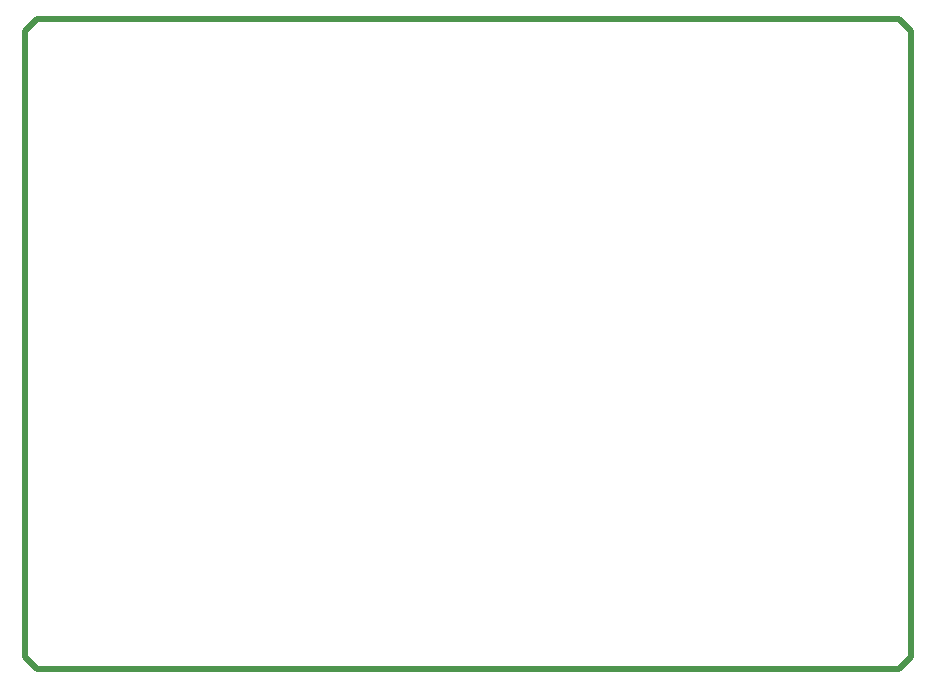
<source format=gm1>
G04*
G04 #@! TF.GenerationSoftware,Altium Limited,Altium Designer,19.1.5 (86)*
G04*
G04 Layer_Color=16711935*
%FSLAX25Y25*%
%MOIN*%
G70*
G01*
G75*
%ADD39C,0.02000*%
D39*
X358268Y507874D02*
X645669D01*
X354331Y503937D02*
X358268Y507874D01*
X354331Y295276D02*
Y503937D01*
Y295276D02*
X358268Y291339D01*
X645669D01*
X649606Y295276D02*
Y503937D01*
X645669Y507874D02*
X649606Y503937D01*
X645669Y291339D02*
X649606Y295276D01*
M02*

</source>
